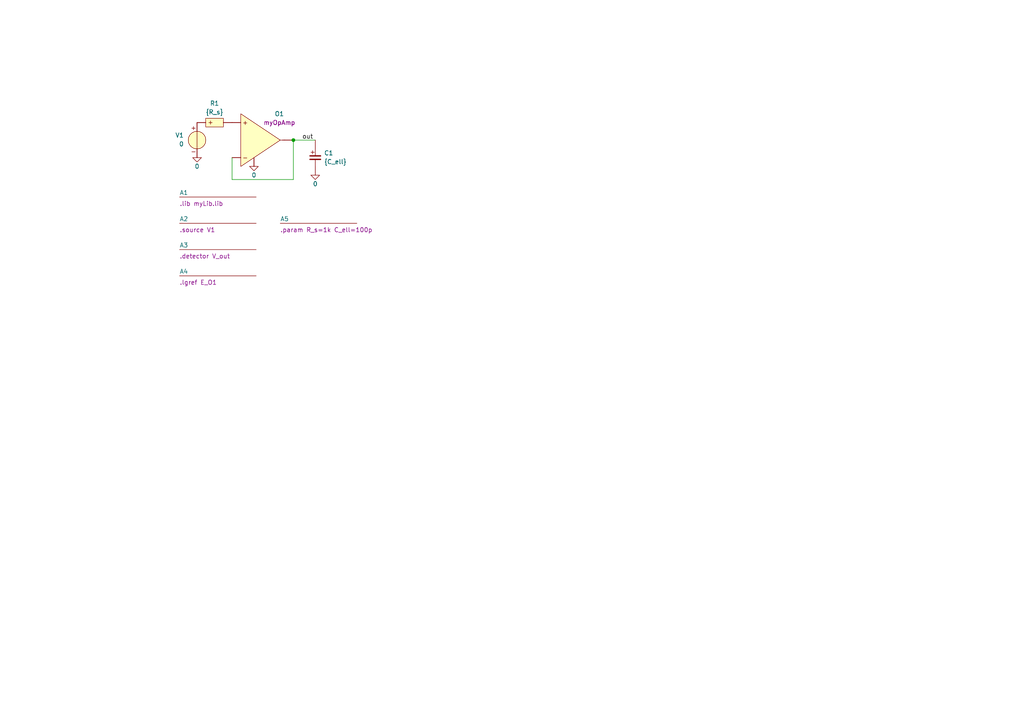
<source format=kicad_sch>
(kicad_sch (version 20250114) (generator "eeschema") (generator_version "9.0")
  (paper "A4")
  (lib_symbols
    (symbol "SLiCAP:C" (pin_numbers (hide yes)) (pin_names (offset 1.016) (hide yes))
      (property "Reference" "C?" (at 2.54 3.81 0))
      (property "Value" "?" (at 2.54 1.27 0) (show_name))
      (property "vinit" "0" (at 2.54 -1.27 0) (show_name))
      (symbol "C_0_0"
        (text "+" (at -0.762 1.651 0) (effects (font (size 1.27 1.27))))
      )
      (symbol "C_0_1"
        (polyline (pts (xy -1.524 0.508) (xy 1.524 0.508)) (stroke (width 0.381)))
        (polyline (pts (xy -1.524 -0.508) (xy 1.524 -0.508)) (stroke (width 0.381)))
        (polyline (pts (xy 0 2.54) (xy 0 0.508)))
        (polyline (pts (xy 0 -2.54) (xy 0 -0.508)))
      )
      (symbol "C_1_0"
        (pin passive line (at 0 5.08 270) (length 2.54) (name "1") (number "1"))
        (pin passive line (at 0 -5.08 90) (length 2.54) (name "2") (number "2"))
      )
    )
    (symbol "SLiCAP:Command" (pin_numbers (hide yes)) (pin_names (offset 0) (hide yes))
      (property "Reference" "A?" (at 0 1.27 0))
      (property "command" "?" (at 0 -1.905 0))
      (symbol "Command_0_1"
        (polyline (pts (xy 0 0) (xy 22.225 0)))
      )
    )
    (symbol "SLiCAP:GND" (power) (pin_numbers (hide yes)) (pin_names (offset 0) (hide yes))
      (property "Value" "0" (at 0 -2.54 0))
      (symbol "GND_0_1"
        (polyline (pts (xy -1.27 0) (xy 0 -1.27) (xy 1.27 0) (xy -1.27 0)))
      )
      (symbol "GND_1_1"
        (pin power_in line (at 0 0 0) (length 0) (name "~") (number "1"))
      )
    )
    (symbol "SLiCAP:O" (pin_numbers (hide yes)) (pin_names (offset 0) (hide yes))
      (property "Reference" "O?" (at 0.635 6.985 0))
      (property "model" "?" (at 0.635 5.08 0) (show_name))
      (symbol "O_0_1"
        (polyline (pts (xy 6.35 0) (xy 7.62 0)))
        (polyline (pts (xy 7.62 0) (xy 6.985 0)))
      )
      (symbol "O_1_0"
        (pin power_out line (at -1.27 -7.62 90) (length 2.54) (name "outN") (number "4"))
        (pin power_out line (at 10.16 0 180) (length 2.54) (name "outP") (number "3"))
      )
      (symbol "O_1_1"
        (polyline (pts (xy 6.35 0) (xy -5.08 7.62) (xy -5.08 -7.62) (xy 6.35 0)) (fill (type background)))
        (text "+" (at -3.81 5.08 0) (effects (font (size 1.27 1.27))))
        (text "-" (at -3.81 -5.08 0) (effects (font (size 1.27 1.27))))
        (pin input line (at -7.62 5.08 0) (length 2.54) (name "inp") (number "1"))
        (pin input line (at -7.62 -5.08 0) (length 2.54) (name "inN") (number "2"))
      )
    )
    (symbol "SLiCAP:R" (pin_numbers (hide yes)) (pin_names (offset 1.016) (hide yes))
      (property "Reference" "R?" (at 1.905 3.81 0))
      (property "Value" "?" (at 1.905 1.905 0) (show_name))
      (property "noisetemp" "0" (at 1.905 0 0) (show_name))
      (property "noiseflow" "0" (at 15.24 0 0) (show_name))
      (property "dcvar" "0" (at 1.905 -1.905 0) (show_name))
      (property "dcvarlot" "0" (at 15.24 -1.905 0) (show_name))
      (symbol "R_0_0"
        (text "+" (at 0 1.27 0) (effects (font (size 1.27 1.27))))
      )
      (symbol "R_1_0"
        (pin passive line (at 0 5.08 270) (length 2.54) (name "1") (number "1"))
        (pin passive line (at 0 -5.08 90) (length 2.54) (name "2") (number "2"))
      )
      (symbol "R_1_1"
        (rectangle (start -1.27 2.54) (end 1.27 -2.54) (fill (type background)))
      )
    )
    (symbol "SLiCAP:V" (pin_numbers (hide yes)) (pin_names (offset 0) (hide yes))
      (property "Reference" "V?" (at 3.175 4.445 0))
      (property "Value" "?" (at 3.175 2.54 0) (show_name))
      (property "noise" "0" (at 3.175 -3.175 0) (show_name))
      (property "dc" "0" (at 3.175 0.635 0) (show_name))
      (property "dcvar" "0" (at 3.175 -1.27 0) (show_name))
      (symbol "V_0_0"
        (text "+" (at -1.016 3.556 0) (effects (font (size 1.27 1.27))))
        (text "-" (at -1.016 -3.302 0) (effects (font (size 1.27 1.27))))
        (pin power_out line (at 0 5.08 270) (length 2.54) (name "p") (number "1"))
        (pin power_out line (at 0 -5.08 90) (length 2.54) (name "n") (number "2"))
      )
      (symbol "V_0_1"
        (polyline (pts (xy 0 2.54) (xy 0 -2.54)))
      )
      (symbol "V_1_0"
        (circle (center 0 0) (radius 2.54) (fill (type background)))
      )
    )
  )
  (junction (at 85.09 40.64))
  (wire (pts (xy 85.09 40.64) (xy 91.44 40.64)))
  (wire (pts (xy 67.31 45.72) (xy 67.31 52.07)))
  (wire (pts (xy 85.09 40.64) (xy 85.09 52.07)))
  (wire (pts (xy 67.31 52.07) (xy 85.09 52.07)))
  (label "out" (at 87.63 40.64 0))
  (symbol (lib_id "SLiCAP:GND") (at 73.66 48.26 0) (unit 1)
    (property "Reference" "#02" (effects (hide yes)))
    (property "Value" "0" (at 73.66 50.8 0))
    (property "Description" "0V reference potential" (effects (hide yes)))
  )
  (symbol (lib_id "SLiCAP:GND") (at 91.44 50.8 0) (unit 1)
    (property "Reference" "#04" (effects (hide yes)))
    (property "Value" "0" (at 91.44 53.34 0))
    (property "Description" "0V reference potential" (effects (hide yes)))
  )
  (symbol (lib_id "SLiCAP:Command") (at 52.07 72.39 0) (unit 1)
    (property "Reference" "A3" (at 52.07 71.12 0) (effects (justify left)))
    (property "Description" "SLiCAP command (.lib, .param, .model. subckt}" (effects (hide yes)))
    (property "command" ".detector V_out" (at 52.07 74.295 0) (effects (justify left)))
  )
  (symbol (lib_id "SLiCAP:O") (at 74.93 40.64 0) (unit 1)
    (property "Reference" "O1" (at 81.026 33.02 0))
    (property "Description" "Operational amplifier" (effects (hide yes)))
    (property "model" "myOpAmp" (at 81.026 35.56 0))
  )
  (symbol (lib_id "SLiCAP:V") (at 57.15 40.64 0) (unit 1)
    (property "Reference" "V1" (at 53.34 39.2429 0) (effects (justify right)))
    (property "Value" "0" (at 53.34 41.7829 0) (effects (justify right)))
    (property "Description" "Independent voltage source" (effects (hide yes)))
    (property "noise" "0" (effects (hide yes)))
    (property "dc" "0" (effects (hide yes)))
    (property "dcvar" "0" (effects (hide yes)))
    (property "model" "V" (effects (hide yes)))
  )
  (symbol (lib_id "SLiCAP:Command") (at 52.07 57.15 0) (unit 1)
    (property "Reference" "A1" (at 52.07 55.88 0) (effects (justify left)))
    (property "Description" "SLiCAP command (.lib, .param, .model. subckt}" (effects (hide yes)))
    (property "command" ".lib myLib.lib" (at 52.07 59.055 0) (effects (justify left)))
  )
  (symbol (lib_id "SLiCAP:Command") (at 81.28 64.77 0) (unit 1)
    (property "Reference" "A5" (at 81.28 63.5 0) (effects (justify left)))
    (property "Description" "SLiCAP command (.lib, .param, .model. subckt}" (effects (hide yes)))
    (property "command" ".param R_s=1k C_ell=100p" (at 81.28 66.675 0) (effects (justify left)))
  )
  (symbol (lib_id "SLiCAP:Command") (at 52.07 64.77 0) (unit 1)
    (property "Reference" "A2" (at 52.07 63.5 0) (effects (justify left)))
    (property "Description" "SLiCAP command (.lib, .param, .model. subckt}" (effects (hide yes)))
    (property "command" ".source V1" (at 52.07 66.675 0) (effects (justify left)))
  )
  (symbol (lib_id "SLiCAP:R") (at 62.23 35.56 90) (unit 1)
    (property "Reference" "R1" (at 62.23 29.972 90))
    (property "Value" "{R_s}" (at 62.23 32.512 90))
    (property "Description" "Resistor (cannot have zero resistance)" (effects (hide yes)))
    (property "model" "R" (effects (hide yes)))
    (property "noisetemp" "0" (effects (hide yes)))
    (property "noiseflow" "0" (effects (hide yes)))
    (property "dcvar" "0" (effects (hide yes)))
    (property "dcvarlot" "0" (effects (hide yes)))
  )
  (symbol (lib_id "SLiCAP:GND") (at 57.15 45.72 0) (mirror y) (unit 1)
    (property "Reference" "#01" (effects (hide yes)))
    (property "Value" "0" (at 57.15 48.26 0))
    (property "Description" "0V reference potential" (effects (hide yes)))
  )
  (symbol (lib_id "SLiCAP:Command") (at 52.07 80.01 0) (unit 1)
    (property "Reference" "A4" (at 52.07 78.74 0) (effects (justify left)))
    (property "Description" "SLiCAP command (.lib, .param, .model. subckt}" (effects (hide yes)))
    (property "command" ".lgref E_O1" (at 52.07 81.915 0) (effects (justify left)))
  )
  (symbol (lib_id "SLiCAP:C") (at 91.44 45.72 0) (unit 1)
    (property "Reference" "C1" (at 93.98 44.3836 0) (effects (justify left)))
    (property "Value" "{C_ell}" (at 93.98 46.9236 0) (effects (justify left)))
    (property "Description" "Capacitor" (effects (hide yes)))
    (property "model" "C" (effects (hide yes)))
    (property "vinit" "0" (effects (hide yes)))
  )
)
</source>
